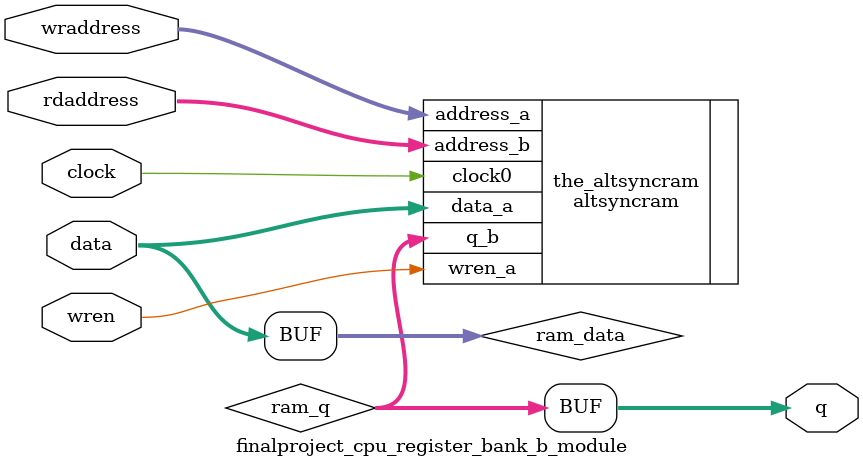
<source format=v>
module finalproject_cpu_register_bank_b_module (
                                                 // inputs:
                                                  clock,
                                                  data,
                                                  rdaddress,
                                                  wraddress,
                                                  wren,
                                                 // outputs:
                                                  q
                                               )
;
  parameter lpm_file = "UNUSED";
  output  [ 31: 0] q;
  input            clock;
  input   [ 31: 0] data;
  input   [  4: 0] rdaddress;
  input   [  4: 0] wraddress;
  input            wren;
  wire    [ 31: 0] q;
  wire    [ 31: 0] ram_data;
  wire    [ 31: 0] ram_q;
  assign q = ram_q;
  assign ram_data = data;
  altsyncram the_altsyncram
    (
      .address_a (wraddress),
      .address_b (rdaddress),
      .clock0 (clock),
      .data_a (ram_data),
      .q_b (ram_q),
      .wren_a (wren)
    );
  defparam the_altsyncram.address_reg_b = "CLOCK0",
           the_altsyncram.init_file = lpm_file,
           the_altsyncram.maximum_depth = 0,
           the_altsyncram.numwords_a = 32,
           the_altsyncram.numwords_b = 32,
           the_altsyncram.operation_mode = "DUAL_PORT",
           the_altsyncram.outdata_reg_b = "UNREGISTERED",
           the_altsyncram.ram_block_type = "AUTO",
           the_altsyncram.rdcontrol_reg_b = "CLOCK0",
           the_altsyncram.read_during_write_mode_mixed_ports = "DONT_CARE",
           the_altsyncram.width_a = 32,
           the_altsyncram.width_b = 32,
           the_altsyncram.widthad_a = 5,
           the_altsyncram.widthad_b = 5;
endmodule
</source>
